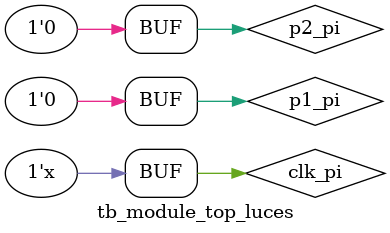
<source format=sv>
`timescale 1ns / 1ps

module tb_module_top_luces;


   //entradas
   logic p1_pi;
   logic p2_pi;
   logic clk_pi;
    
   //salidas 
   logic [2 : 0] b_po;
   
   
   module_top_luces DUT(
    
        //entradas
        .p1_pi(p1_pi),
        .p2_pi(p2_pi),
        .clk_pi(clk_pi),
    
        //salidas 
        .b_po(b_po)
    );
    
    // Generamos un reloj de 100 MHz
    initial     clk_pi = 1;
    always #5 clk_pi = ~clk_pi;
    
    initial begin

        p1_pi = 0;
        p2_pi = 0;
        
        #128000
    
        p1_pi = 1;
        p2_pi = 0;
        
        #110
        
        p1_pi = 0;
        p2_pi = 0;
        
         #128000
        
        p1_pi = 0;
        p2_pi = 1;
        
        
        #110
        
        p1_pi = 0;
        p2_pi = 0;
        
        
        #128000
        
        p1_pi = 0;
        p2_pi = 1;
        
        
        #110
        
        p1_pi = 0;
        p2_pi = 0;
        
        #128000
        
        p1_pi = 0;
        p2_pi = 1;
        
        #110
        
        p1_pi = 0;
        p2_pi = 0;
       
    end    
 
endmodule

</source>
